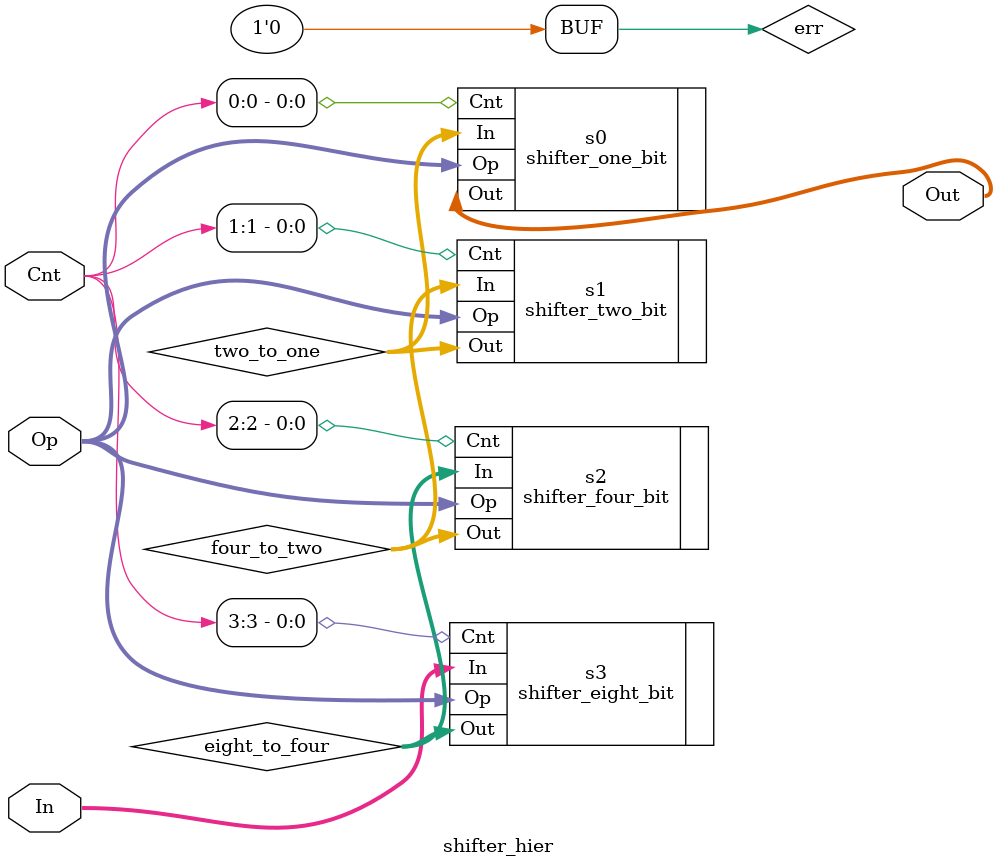
<source format=v>
module shifter_hier(In, Cnt, Op, Out);

   input [15:0] In;
   input [3:0]  Cnt;
   input [1:0]  Op;
   output [15:0] Out;

  wire clk;
  wire rst;
  wire err;

	wire [15:0] eight_to_four;
	wire [15:0] four_to_two;
	wire [15:0] two_to_one;

  assign err = 1'b0;
 
   clkrst c0(
		// Outputs
    .clk(clk),
    .rst(rst),
    // Inputs
    .err(err)
	);

	shifter_eight_bit s3(.Out(eight_to_four),.In(In),           .Cnt(Cnt[3]), .Op(Op));
	shifter_four_bit s2 (.Out(four_to_two),  .In(eight_to_four),.Cnt(Cnt[2]), .Op(Op));
	shifter_two_bit s1  (.Out(two_to_one),   .In(four_to_two),  .Cnt(Cnt[1]), .Op(Op));
  shifter_one_bit s0  (.Out(Out),          .In(two_to_one),   .Cnt(Cnt[0]), .Op(Op));
   
endmodule // shifter_hier

</source>
